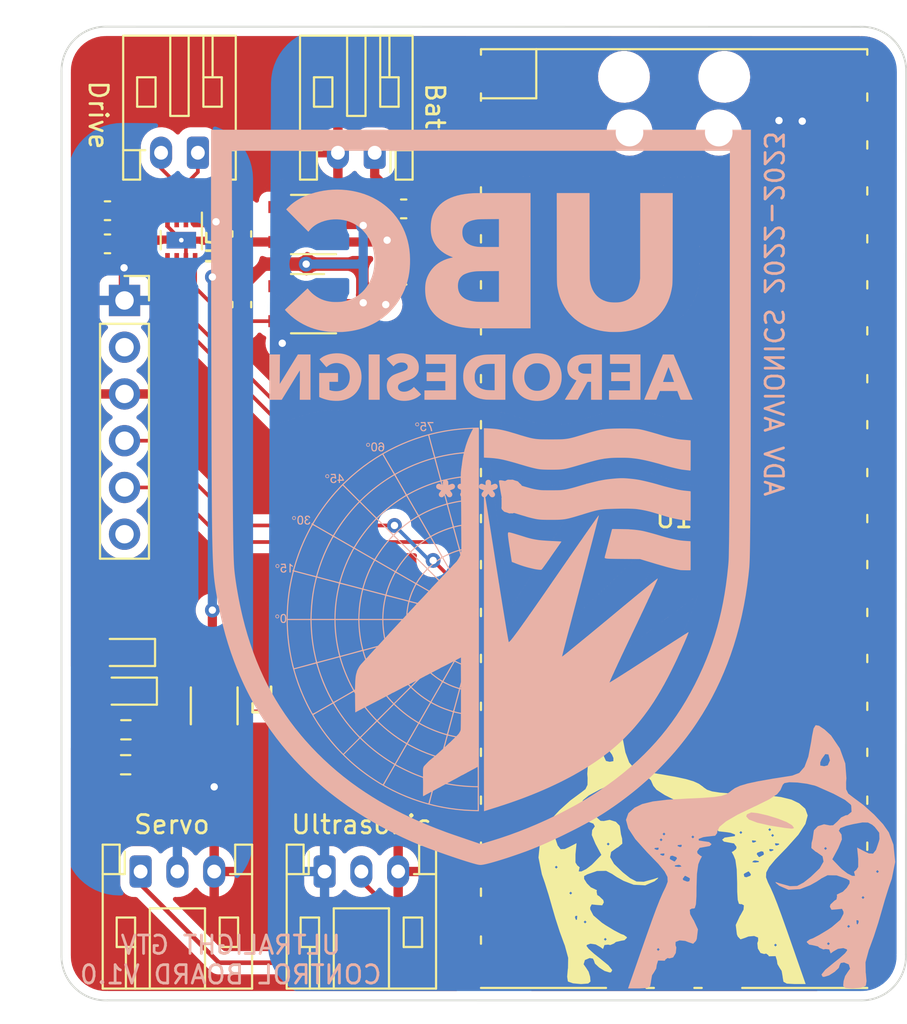
<source format=kicad_pcb>
(kicad_pcb (version 20211014) (generator pcbnew)
  (layers (0 "F.Cu" signal) (31 "B.Cu" signal) (34 "B.Paste" user) (35 "F.Paste" user) (36 "B.SilkS" user "B.Silkscreen") (37 "F.SilkS" user "F.Silkscreen") (38 "B.Mask" user) (39 "F.Mask" user) (44 "Edge.Cuts" user))
  (net 0 "")
  (net 1 "GND")
  (net 2 "+BATT")
  (net 3 "+3V3")
  (net 4 "+5V")
  (net 5 "Net-(C22-Pad2)")
  (net 6 "/GPIO1")
  (net 7 "/GPIO0")
  (net 8 "/GPIO3")
  (net 9 "/GPIO6")
  (net 10 "/GPIO7")
  (net 11 "/GPIO8")
  (net 12 "/GPIO9")
  (net 13 "/GPIO10")
  (net 14 "/GPIO11")
  (net 15 "/GPIO12")
  (net 16 "/GPIO13")
  (net 17 "/GPIO16")
  (net 18 "/GPIO17")
  (net 19 "/GPIO18")
  (net 20 "/GPIO19")
  (net 21 "/GPIO20")
  (net 22 "/GPIO21")
  (net 23 "/GPIO22")
  (net 24 "Net-(M2-Pad1)")
  (net 25 "Net-(M2-Pad2)")
  (net 41 "/GPIO14")
  (net 42 "/GPIO2")
  (net 43 "Net-(RLED1-Pad1)")
  (net 44 "Net-(RLED2-Pad1)")
  (net 45 "/GPIO4")
  (net 46 "/GPIO5")
  (net 47 "/Servo_PWM")
  (footprint "Connector_JST:JST_PH_S2B-PH-K_1x02_P2.00mm_Horizontal" (layer "F.Cu") (at 169.425 101.05 180)
    (fp_text reference "J0" hide)
    (fp_text value "Battery Input")
    (pad "1" thru_hole roundrect (at 0 0 180) (size 1.2 1.75) (drill 0.75) (layers *.Cu *.Mask) (roundrect_rratio 0.2083333333) (net 2 "+BATT"))
    (pad "2" thru_hole oval (at 2 0 180) (size 1.2 1.75) (drill 0.75) (layers *.Cu *.Mask) (net 1 "GND"))
  )
  (footprint "Package_TO_SOT_SMD:SOT-23-5_HandSoldering" (layer "F.Cu") (at 165.775 104.95 180)
    (fp_text reference "U3" hide)
    (fp_text value "NCP1117-5.0_SOT223")
    (pad "1" smd rect (at -1.35 0 180) (size 1.56 0.65) (layers "F.Cu" "F.Paste" "F.Mask") (net 1 "GND"))
    (pad "2" smd rect (at 1.35 -0.95 180) (size 1.56 0.65) (layers "F.Cu" "F.Paste" "F.Mask") (net 5 "Net-(C22-Pad2)"))
    (pad "3" smd rect (at -1.35 0.95 180) (size 1.56 0.65) (layers "F.Cu" "F.Paste" "F.Mask") (net 2 "+BATT"))
    (pad "3" smd rect (at -1.35 -0.95 180) (size 1.56 0.65) (layers "F.Cu" "F.Paste" "F.Mask") (net 2 "+BATT"))
    (pad "4" smd rect (at 1.35 0.95 180) (size 1.56 0.65) (layers "F.Cu" "F.Paste" "F.Mask"))
  )
  (footprint "Connector_JST:JST_PH_S3B-PH-K_1x03_P2.00mm_Horizontal" (layer "F.Cu") (at 156.7 140.1)
    (fp_text reference "Servo" (at 1.7 -2.55) (layer "F.SilkS"))
    (fp_text value "Steering Servo")
    (pad "1" thru_hole roundrect (at 0 0) (size 1.2 1.75) (drill 0.75) (layers *.Cu *.Mask) (roundrect_rratio 0.2083333333) (net 47 "/Servo_PWM"))
    (pad "2" thru_hole oval (at 2 0) (size 1.2 1.75) (drill 0.75) (layers *.Cu *.Mask) (net 4 "+5V"))
    (pad "3" thru_hole oval (at 4 0) (size 1.2 1.75) (drill 0.75) (layers *.Cu *.Mask) (net 1 "GND"))
  )
  (footprint "MCU_RaspberryPi_and_Boards:RPi_Pico_SMD_TH" (layer "F.Cu") (at 185.7 120.925)
    (fp_text reference "U1" (at 0 0) (layer "F.SilkS"))
    (fp_text value "Pico")
    (pad "" np_thru_hole oval (at 2.725 -24) (size 1.8 1.8) (drill 1.8) (layers *.Cu *.Mask))
    (pad "" np_thru_hole oval (at -2.425 -20.97) (size 1.5 1.5) (drill 1.5) (layers *.Cu *.Mask))
    (pad "" np_thru_hole oval (at 2.425 -20.97) (size 1.5 1.5) (drill 1.5) (layers *.Cu *.Mask))
    (pad "" np_thru_hole oval (at -2.725 -24) (size 1.8 1.8) (drill 1.8) (layers *.Cu *.Mask))
    (pad "1" smd rect (at -8.89 -24.13) (size 3.5 1.7) (drill (offset -0.9 0)) (layers "F.Cu" "F.Mask") (net 7 "/GPIO0"))
    (pad "2" smd rect (at -8.89 -21.59) (size 3.5 1.7) (drill (offset -0.9 0)) (layers "F.Cu" "F.Mask") (net 6 "/GPIO1"))
    (pad "3" smd rect (at -8.89 -19.05) (size 3.5 1.7) (drill (offset -0.9 0)) (layers "F.Cu" "F.Mask") (net 1 "GND"))
    (pad "4" smd rect (at -8.89 -16.51) (size 3.5 1.7) (drill (offset -0.9 0)) (layers "F.Cu" "F.Mask") (net 42 "/GPIO2"))
    (pad "5" smd rect (at -8.89 -13.97) (size 3.5 1.7) (drill (offset -0.9 0)) (layers "F.Cu" "F.Mask") (net 8 "/GPIO3"))
    (pad "6" smd rect (at -8.89 -11.43) (size 3.5 1.7) (drill (offset -0.9 0)) (layers "F.Cu" "F.Mask") (net 45 "/GPIO4"))
    (pad "7" smd rect (at -8.89 -8.89) (size 3.5 1.7) (drill (offset -0.9 0)) (layers "F.Cu" "F.Mask") (net 46 "/GPIO5"))
    (pad "8" smd rect (at -8.89 -6.35) (size 3.5 1.7) (drill (offset -0.9 0)) (layers "F.Cu" "F.Mask") (net 1 "GND"))
    (pad "9" smd rect (at -8.89 -3.81) (size 3.5 1.7) (drill (offset -0.9 0)) (layers "F.Cu" "F.Mask") (net 9 "/GPIO6"))
    (pad "10" smd rect (at -8.89 -1.27) (size 3.5 1.7) (drill (offset -0.9 0)) (layers "F.Cu" "F.Mask") (net 10 "/GPIO7"))
    (pad "11" smd rect (at -8.89 1.27) (size 3.5 1.7) (drill (offset -0.9 0)) (layers "F.Cu" "F.Mask") (net 11 "/GPIO8"))
    (pad "12" smd rect (at -8.89 3.81) (size 3.5 1.7) (drill (offset -0.9 0)) (layers "F.Cu" "F.Mask") (net 12 "/GPIO9"))
    (pad "13" smd rect (at -8.89 6.35) (size 3.5 1.7) (drill (offset -0.9 0)) (layers "F.Cu" "F.Mask"))
    (pad "14" smd rect (at -8.89 8.89) (size 3.5 1.7) (drill (offset -0.9 0)) (layers "F.Cu" "F.Mask") (net 13 "/GPIO10"))
    (pad "15" smd rect (at -8.89 11.43) (size 3.5 1.7) (drill (offset -0.9 0)) (layers "F.Cu" "F.Mask") (net 14 "/GPIO11"))
    (pad "16" smd rect (at -8.89 13.97) (size 3.5 1.7) (drill (offset -0.9 0)) (layers "F.Cu" "F.Mask") (net 15 "/GPIO12"))
    (pad "17" smd rect (at -8.89 16.51) (size 3.5 1.7) (drill (offset -0.9 0)) (layers "F.Cu" "F.Mask") (net 16 "/GPIO13"))
    (pad "18" smd rect (at -8.89 19.05) (size 3.5 1.7) (drill (offset -0.9 0)) (layers "F.Cu" "F.Mask") (net 1 "GND"))
    (pad "19" smd rect (at -8.89 21.59) (size 3.5 1.7) (drill (offset -0.9 0)) (layers "F.Cu" "F.Mask") (net 41 "/GPIO14"))
    (pad "20" smd rect (at -8.89 24.13) (size 3.5 1.7) (drill (offset -0.9 0)) (layers "F.Cu" "F.Mask") (net 47 "/Servo_PWM"))
    (pad "21" smd rect (at 8.89 24.13) (size 3.5 1.7) (drill (offset 0.9 0)) (layers "F.Cu" "F.Mask") (net 17 "/GPIO16"))
    (pad "22" smd rect (at 8.89 21.59) (size 3.5 1.7) (drill (offset 0.9 0)) (layers "F.Cu" "F.Mask") (net 18 "/GPIO17"))
    (pad "23" smd rect (at 8.89 19.05) (size 3.5 1.7) (drill (offset 0.9 0)) (layers "F.Cu" "F.Mask"))
    (pad "24" smd rect (at 8.89 16.51) (size 3.5 1.7) (drill (offset 0.9 0)) (layers "F.Cu" "F.Mask") (net 19 "/GPIO18"))
    (pad "25" smd rect (at 8.89 13.97) (size 3.5 1.7) (drill (offset 0.9 0)) (layers "F.Cu" "F.Mask") (net 20 "/GPIO19"))
    (pad "26" smd rect (at 8.89 11.43) (size 3.5 1.7) (drill (offset 0.9 0)) (layers "F.Cu" "F.Mask") (net 21 "/GPIO20"))
    (pad "27" smd rect (at 8.89 8.89) (size 3.5 1.7) (drill (offset 0.9 0)) (layers "F.Cu" "F.Mask") (net 22 "/GPIO21"))
    (pad "28" smd rect (at 8.89 6.35) (size 3.5 1.7) (drill (offset 0.9 0)) (layers "F.Cu" "F.Mask"))
    (pad "29" smd rect (at 8.89 3.81) (size 3.5 1.7) (drill (offset 0.9 0)) (layers "F.Cu" "F.Mask") (net 23 "/GPIO22"))
    (pad "30" smd rect (at 8.89 1.27) (size 3.5 1.7) (drill (offset 0.9 0)) (layers "F.Cu" "F.Mask"))
    (pad "31" smd rect (at 8.89 -1.27) (size 3.5 1.7) (drill (offset 0.9 0)) (layers "F.Cu" "F.Mask"))
    (pad "32" smd rect (at 8.89 -3.81) (size 3.5 1.7) (drill (offset 0.9 0)) (layers "F.Cu" "F.Mask"))
    (pad "33" smd rect (at 8.89 -6.35) (size 3.5 1.7) (drill (offset 0.9 0)) (layers "F.Cu" "F.Mask"))
    (pad "34" smd rect (at 8.89 -8.89) (size 3.5 1.7) (drill (offset 0.9 0)) (layers "F.Cu" "F.Mask"))
    (pad "35" smd rect (at 8.89 -11.43) (size 3.5 1.7) (drill (offset 0.9 0)) (layers "F.Cu" "F.Mask"))
    (pad "36" smd rect (at 8.89 -13.97) (size 3.5 1.7) (drill (offset 0.9 0)) (layers "F.Cu" "F.Mask"))
    (pad "37" smd rect (at 8.89 -16.51) (size 3.5 1.7) (drill (offset 0.9 0)) (layers "F.Cu" "F.Mask"))
    (pad "38" smd rect (at 8.89 -19.05) (size 3.5 1.7) (drill (offset 0.9 0)) (layers "F.Cu" "F.Mask"))
    (pad "39" smd rect (at 8.89 -21.59) (size 3.5 1.7) (drill (offset 0.9 0)) (layers "F.Cu" "F.Mask") (net 3 "+3V3"))
    (pad "40" smd rect (at 8.89 -24.13) (size 3.5 1.7) (drill (offset 0.9 0)) (layers "F.Cu" "F.Mask"))
  )
  (footprint "Connector_JST:JST_PH_S3B-PH-K_1x03_P2.00mm_Horizontal" (layer "F.Cu") (at 166.7 140.1)
    (fp_text reference "Ultrasonic" (at 2 -2.55) (layer "F.SilkS"))
    (fp_text value "LV-MaxSonar")
    (pad "1" thru_hole roundrect (at 0 0) (size 1.2 1.75) (drill 0.75) (layers *.Cu *.Mask) (roundrect_rratio 0.2083333333) (net 3 "+3V3"))
    (pad "2" thru_hole oval (at 2 0) (size 1.2 1.75) (drill 0.75) (layers *.Cu *.Mask) (net 41 "/GPIO14"))
    (pad "3" thru_hole oval (at 4 0) (size 1.2 1.75) (drill 0.75) (layers *.Cu *.Mask) (net 1 "GND"))
  )
  (footprint "Capacitor_SMD:C_0603_1608Metric_Pad1.08x0.95mm_HandSolder" (layer "F.Cu") (at 162.2 105.4625 -90)
    (fp_text reference "C22" hide)
    (fp_text value "10uF")
    (pad "1" smd roundrect (at -0.8625 0 270) (size 1.075 0.95) (layers "F.Cu" "F.Paste" "F.Mask") (net 1 "GND"))
    (pad "2" smd roundrect (at 0.8625 0 270) (size 1.075 0.95) (layers "F.Cu" "F.Paste" "F.Mask") (net 5 "Net-(C22-Pad2)"))
  )
  (footprint "Resistor_SMD:R_0603_1608Metric_Pad0.98x0.95mm_HandSolder" (layer "F.Cu") (at 155.8875 134.3)
    (fp_text reference "RLED2" hide)
    (fp_text value "100")
    (pad "1" smd roundrect (at -0.9125 0) (size 0.975 0.95) (layers "F.Cu" "F.Paste" "F.Mask") (net 44 "Net-(RLED2-Pad1)"))
    (pad "2" smd roundrect (at 0.9125 0) (size 0.975 0.95) (layers "F.Cu" "F.Paste" "F.Mask") (net 14 "/GPIO11"))
  )
  (footprint "Capacitor_SMD:C_0603_1608Metric_Pad1.08x0.95mm_HandSolder" (layer "F.Cu") (at 171 107.7 180)
    (fp_text reference "C21" hide)
    (fp_text value "10uF")
    (pad "1" smd roundrect (at -0.8625 0 180) (size 1.075 0.95) (layers "F.Cu" "F.Paste" "F.Mask") (net 1 "GND"))
    (pad "2" smd roundrect (at 0.8625 0 180) (size 1.075 0.95) (layers "F.Cu" "F.Paste" "F.Mask") (net 2 "+BATT"))
  )
  (footprint "Package_SON:WSON-8-1EP_2x2mm_P0.5mm_EP0.9x1.6mm_ThermalVias" (layer "F.Cu") (at 158.912458 105.8 -90)
    (fp_text reference "U5" (at 0.38 -1.9 90) (layer "F.SilkS"))
    (fp_text value "DRV8212")
    (pad "1" smd rect (at -0.95 -0.75 270) (size 0.5 0.25) (layers "F.Cu" "F.Paste" "F.Mask") (net 4 "+5V"))
    (pad "2" smd rect (at -0.95 -0.25 270) (size 0.5 0.25) (layers "F.Cu" "F.Paste" "F.Mask") (net 24 "Net-(M2-Pad1)"))
    (pad "3" smd rect (at -0.95 0.25 270) (size 0.5 0.25) (layers "F.Cu" "F.Paste" "F.Mask") (net 25 "Net-(M2-Pad2)"))
    (pad "4" smd rect (at -0.95 0.75 270) (size 0.5 0.25) (layers "F.Cu" "F.Paste" "F.Mask") (net 1 "GND"))
    (pad "5" smd rect (at 0.95 0.75 270) (size 0.5 0.25) (layers "F.Cu" "F.Paste" "F.Mask") (net 10 "/GPIO7"))
    (pad "6" smd rect (at 0.95 0.25 270) (size 0.5 0.25) (layers "F.Cu" "F.Paste" "F.Mask") (net 9 "/GPIO6"))
    (pad "7" smd rect (at 0.95 -0.25 270) (size 0.5 0.25) (layers "F.Cu" "F.Paste" "F.Mask") (net 1 "GND"))
    (pad "8" smd rect (at 0.95 -0.75 270) (size 0.5 0.25) (layers "F.Cu" "F.Paste" "F.Mask") (net 3 "+3V3"))
    (pad "9" thru_hole circle (at 0 0 270) (size 0.6 0.6) (drill 0.25) (layers *.Cu) (net 1 "GND"))
    (pad "9" smd rect (at 0 0 270) (size 0.9 1.6) (layers "B.Cu") (net 1 "GND"))
    (pad "9" smd rect (at 0 0 270) (size 0.9 1.6) (layers "F.Cu" "F.Mask") (net 1 "GND"))
  )
  (footprint "Resistor_SMD:R_0603_1608Metric_Pad0.98x0.95mm_HandSolder" (layer "F.Cu") (at 155.9 132.4)
    (fp_text reference "RLED1" hide)
    (fp_text value "100")
    (pad "1" smd roundrect (at -0.9125 0) (size 0.975 0.95) (layers "F.Cu" "F.Paste" "F.Mask") (net 43 "Net-(RLED1-Pad1)"))
    (pad "2" smd roundrect (at 0.9125 0) (size 0.975 0.95) (layers "F.Cu" "F.Paste" "F.Mask") (net 13 "/GPIO10"))
  )
  (footprint "GTV Footprints:FUSC6125X279N" (layer "F.Cu") (at 160.7 131.1 -90)
    (fp_text reference "F1" (at -0.325 -2.635 90) (layer "F.SilkS"))
    (fp_text value "Fuse")
    (pad "1" smd rect locked (at -2.455 0 270) (size 2.15 2.8) (layers "F.Cu" "F.Paste" "F.Mask") (net 5 "Net-(C22-Pad2)"))
    (pad "2" smd rect locked (at 2.455 0 270) (size 2.15 2.8) (layers "F.Cu" "F.Paste" "F.Mask") (net 4 "+5V"))
  )
  (footprint "Package_TO_SOT_SMD:SOT-23-5_HandSoldering" (layer "F.Cu") (at 165.775 109.25 180)
    (fp_text reference "U2" hide)
    (fp_text value "NCP1117-3.3_SOT223")
    (pad "1" smd rect (at -1.35 0 180) (size 1.56 0.65) (layers "F.Cu" "F.Paste" "F.Mask") (net 1 "GND"))
    (pad "2" smd rect (at 1.35 -0.95 180) (size 1.56 0.65) (layers "F.Cu" "F.Paste" "F.Mask") (net 3 "+3V3"))
    (pad "3" smd rect (at -1.35 0.95 180) (size 1.56 0.65) (layers "F.Cu" "F.Paste" "F.Mask") (net 2 "+BATT"))
    (pad "3" smd rect (at -1.35 -0.95 180) (size 1.56 0.65) (layers "F.Cu" "F.Paste" "F.Mask") (net 2 "+BATT"))
    (pad "4" smd rect (at 1.35 0.95 180) (size 1.56 0.65) (layers "F.Cu" "F.Paste" "F.Mask"))
  )
  (footprint "Connector_PinSocket_2.54mm:PinSocket_1x06_P2.54mm_Vertical" (layer "F.Cu") (at 155.825 109.075)
    (fp_text reference "J3" hide)
    (fp_text value "BNO055 Breakout")
    (pad "1" thru_hole rect (at 0 0) (size 1.7 1.7) (drill 1) (layers *.Cu *.Mask) (net 4 "+5V"))
    (pad "2" thru_hole oval (at 0 2.54) (size 1.7 1.7) (drill 1) (layers *.Cu *.Mask))
    (pad "3" thru_hole oval (at 0 5.08) (size 1.7 1.7) (drill 1) (layers *.Cu *.Mask) (net 1 "GND"))
    (pad "4" thru_hole oval (at 0 7.62) (size 1.7 1.7) (drill 1) (layers *.Cu *.Mask) (net 12 "/GPIO9"))
    (pad "5" thru_hole oval (at 0 10.16) (size 1.7 1.7) (drill 1) (layers *.Cu *.Mask) (net 11 "/GPIO8"))
    (pad "6" thru_hole oval (at 0 12.7) (size 1.7 1.7) (drill 1) (layers *.Cu *.Mask))
  )
  (footprint "Capacitor_SMD:C_0201_0603Metric_Pad0.64x0.40mm_HandSolder" (layer "F.Cu") (at 158.904958 103.6)
    (fp_text reference "MotorCap1" hide)
    (fp_text value "100nF")
    (pad "1" smd roundrect (at -0.4075 0) (size 0.635 0.4) (layers "F.Cu" "F.Mask") (net 25 "Net-(M2-Pad2)"))
    (pad "2" smd roundrect (at 0.4075 0) (size 0.635 0.4) (layers "F.Cu" "F.Mask") (net 24 "Net-(M2-Pad1)"))
  )
  (footprint "Capacitor_SMD:C_0603_1608Metric_Pad1.08x0.95mm_HandSolder" (layer "F.Cu") (at 154.9 106)
    (fp_text reference "C_Bulk1" hide)
    (fp_text value "1uF")
    (pad "1" smd roundrect (at -0.8625 0) (size 1.075 0.95) (layers "F.Cu" "F.Paste" "F.Mask") (net 1 "GND"))
    (pad "2" smd roundrect (at 0.8625 0) (size 1.075 0.95) (layers "F.Cu" "F.Paste" "F.Mask") (net 4 "+5V"))
  )
  (footprint "Capacitor_SMD:C_0603_1608Metric_Pad1.08x0.95mm_HandSolder" (layer "F.Cu") (at 171 104.1 180)
    (fp_text reference "C1" hide)
    (fp_text value "10uF")
    (pad "1" smd roundrect (at -0.8625 0 180) (size 1.075 0.95) (layers "F.Cu" "F.Paste" "F.Mask") (net 1 "GND"))
    (pad "2" smd roundrect (at 0.8625 0 180) (size 1.075 0.95) (layers "F.Cu" "F.Paste" "F.Mask") (net 2 "+BATT"))
  )
  (footprint "Capacitor_SMD:C_0603_1608Metric_Pad1.08x0.95mm_HandSolder" (layer "F.Cu") (at 162.2 109.3 -90)
    (fp_text reference "C2" hide)
    (fp_text value "10uF")
    (pad "1" smd roundrect (at -0.8625 0 270) (size 1.075 0.95) (layers "F.Cu" "F.Paste" "F.Mask") (net 1 "GND"))
    (pad "2" smd roundrect (at 0.8625 0 270) (size 1.075 0.95) (layers "F.Cu" "F.Paste" "F.Mask") (net 3 "+3V3"))
  )
  (footprint "Diode_SMD:D_0603_1608Metric_Pad1.05x0.95mm_HandSolder" (layer "F.Cu") (at 155.925 130.3 180)
    (fp_text reference "D1" hide)
    (fp_text value "LED")
    (pad "1" smd roundrect (at -0.875 0 180) (size 1.05 0.95) (layers "F.Cu" "F.Paste" "F.Mask") (net 1 "GND"))
    (pad "2" smd roundrect (at 0.875 0 180) (size 1.05 0.95) (layers "F.Cu" "F.Paste" "F.Mask") (net 43 "Net-(RLED1-Pad1)"))
  )
  (footprint "Connector_JST:JST_PH_S2B-PH-K_1x02_P2.00mm_Horizontal" (layer "F.Cu") (at 159.812458 101.05 180)
    (fp_text reference "M2" hide)
    (fp_text value "Drive Motor")
    (pad "1" thru_hole roundrect (at 0 0 180) (size 1.2 1.75) (drill 0.75) (layers *.Cu *.Mask) (roundrect_rratio 0.2083333333) (net 24 "Net-(M2-Pad1)"))
    (pad "2" thru_hole oval (at 2 0 180) (size 1.2 1.75) (drill 0.75) (layers *.Cu *.Mask) (net 25 "Net-(M2-Pad2)"))
  )
  (footprint "Diode_SMD:D_0603_1608Metric_Pad1.05x0.95mm_HandSolder" (layer "F.Cu") (at 155.825 128.2 180)
    (fp_text reference "D2" hide)
    (fp_text value "LED")
    (pad "1" smd roundrect (at -0.875 0 180) (size 1.05 0.95) (layers "F.Cu" "F.Paste" "F.Mask") (net 1 "GND"))
    (pad "2" smd roundrect (at 0.875 0 180) (size 1.05 0.95) (layers "F.Cu" "F.Paste" "F.Mask") (net 44 "Net-(RLED2-Pad1)"))
  )
  (footprint "logo:smug" (layer "F.Cu") (at 185.8 139)
    (fp_text reference "G***" hide)
    (fp_text value "LOGO" hide)
  )
  (footprint "Capacitor_SMD:C_0603_1608Metric_Pad1.08x0.95mm_HandSolder" (layer "F.Cu") (at 154.9 104.2)
    (fp_text reference "C20" hide)
    (fp_text value "100nF")
    (pad "1" smd roundrect (at -0.8625 0) (size 1.075 0.95) (layers "F.Cu" "F.Paste" "F.Mask") (net 1 "GND"))
    (pad "2" smd roundrect (at 0.8625 0) (size 1.075 0.95) (layers "F.Cu" "F.Paste" "F.Mask") (net 4 "+5V"))
  )
  (footprint "logo:smug" (layer "B.Cu") (at 190.244272 139.239681 180)
    (fp_text reference "G***" hide)
    (fp_text value "LOGO" hide)
  )
  (footprint "logo:aero_logo_h_40mm" (layer "B.Cu") (at 175.2 119.8 180)
    (fp_text reference "G***" (at 0 0) (layer "B.SilkS") (effects (font (size 1.524 1.524) (thickness 0.3)) (justify mirror)))
    (fp_text value "LOGO" hide)
  )
  (gr_line (start 154.8 94.2) (end 195.812202 94.208524) (layer "Edge.Cuts") (width 0.1))
  (gr_line (start 152.39792 144.699998) (end 152.4 96.625) (layer "Edge.Cuts") (width 0.1))
  (gr_arc (start 152.4 96.625) (mid 153.094077 94.911793) (end 154.8 94.2) (layer "Edge.Cuts") (width 0.1))
  (gr_arc (start 154.900002 147.099998) (mid 153.137204 146.433522) (end 152.39792 144.699998) (layer "Edge.Cuts") (width 0.1))
  (gr_line (start 195.899998 147.10208) (end 154.900002 147.099998) (layer "Edge.Cuts") (width 0.1))
  (gr_line (start 198.299998 144.599998) (end 198.314284 96.608524) (layer "Edge.Cuts") (width 0.1))
  (gr_arc (start 198.299998 144.599998) (mid 197.633522 146.362796) (end 195.899998 147.10208) (layer "Edge.Cuts") (width 0.1))
  (gr_arc (start 195.812202 94.208524) (mid 197.575 94.875) (end 198.314284 96.608524) (layer "Edge.Cuts") (width 0.1))
  (gr_text "ULTRALIGHT GTV\nCONTROL BOARD V1.0" (at 161.6 144.9) (layer "B.SilkS") (effects (font (size 1 1)) (justify mirror)))
  (gr_text "ADV AVIONICS 2022-2023" (at 191.1 109.8 270) (layer "B.SilkS") (effects (font (size 1 1)) (justify mirror)))
  (gr_text "Batt" (at 172.7 98.8 270) (layer "F.SilkS") (effects (font (size 1 1))))
  (gr_text "Drive" (at 154.4 99 270) (layer "F.SilkS") (effects (font (size 1 1))))
  (segment (start 158.162458 104.85) (end 158.162458 105.05) (width 0.2) (layer "F.Cu") (net 1))
  (segment (start 165.7 107.1) (end 163.5375 107.1) (width 0.5) (layer "F.Cu") (net 1))
  (segment (start 163.5375 107.1) (end 162.2 108.4375) (width 0.5) (layer "F.Cu") (net 1))
  (segment (start 168.8 105) (end 168.75 104.95) (width 0.5) (layer "F.Cu") (net 1))
  (segment (start 168.75 104.95) (end 167.125 104.95) (width 0.5) (layer "F.Cu") (net 1))
  (segment (start 158.162458 105.05) (end 158.912458 105.8) (width 0.2) (layer "F.Cu") (net 1))
  (segment (start 168.8 109.2) (end 168.75 109.25) (width 0.5) (layer "F.Cu") (net 1))
  (segment (start 168.75 109.25) (end 167.125 109.25) (width 0.5) (layer "F.Cu") (net 1))
  (segment (start 159.162458 106.05) (end 158.912458 105.8) (width 0.2) (layer "F.Cu") (net 1))
  (segment (start 159.162458 106.75) (end 159.162458 106.05) (width 0.2) (layer "F.Cu") (net 1))
  (via (at 165.7 107.1) (size 0.8) (drill 0.4) (layers "F.Cu" "B.Cu") (net 1))
  (via (at 168.8 109.2) (size 0.8) (drill 0.4) (layers "F.Cu" "B.Cu") (net 1))
  (via (at 168.8 105) (size 0.8) (drill 0.4) (layers "F.Cu" "B.Cu") (net 1))
  (segment (start 168.8 106.9) (end 168.8 109.2) (width 0.5) (layer "B.Cu") (net 1))
  (segment (start 165.7 107.1) (end 168.6 107.1) (width 0.5) (layer "B.Cu") (net 1))
  (segment (start 168.6 107.1) (end 168.8 106.9) (width 0.5) (layer "B.Cu") (net 1))
  (segment (start 168.8 105) (end 168.8 106.9) (width 0.5) (layer "B.Cu") (net 1))
  (segment (start 170.1 109.225) (end 170.025 109.3) (width 0.5) (layer "F.Cu") (net 2))
  (segment (start 170.1 105.8) (end 170.1375 105.7625) (width 0.5) (layer "F.Cu") (net 2))
  (segment (start 165.925 108.3) (end 167.125 108.3) (width 0.2) (layer "F.Cu") (net 2))
  (segment (start 165.925 110.2) (end 165.725 110) (width 0.2) (layer "F.Cu") (net 2))
  (segment (start 166.075 105.9) (end 165.825 105.65) (width 0.2) (layer "F.Cu") (net 2))
  (segment (start 169.425 101.05) (end 169.425 102.325) (width 0.5) (layer "F.Cu") (net 2))
  (segment (start 170.1 105.8) (end 170.1 107.6625) (width 0.5) (layer "F.Cu") (net 2))
  (segment (start 165.825 104.25) (end 166.075 104) (width 0.2) (layer "F.Cu") (net 2))
  (segment (start 165.725 110) (end 165.725 108.5) (width 0.2) (layer "F.Cu") (net 2))
  (segment (start 165.725 108.5) (end 165.925 108.3) (width 0.2) (layer "F.Cu") (net 2))
  (segment (start 169.125 110.2) (end 170.025 109.3) (width 0.5) (layer "F.Cu") (net 2))
  (segment (start 170.1 105.8) (end 170.025 105.875) (width 0.2) (layer "F.Cu") (net 2))
  (segment (start 170.1375 107.7) (end 170.1 107.7375) (width 0.5) (layer "F.Cu") (net 2))
  (segment (start 167.125 105.9) (end 166.075 105.9) (width 0.2) (layer "F.Cu") (net 2))
  (segment (start 170.1 107.7375) (end 170.1 109.225) (width 0.5) (layer "F.Cu") (net 2))
  (segment (start 167.125 105.9) (end 170 105.9) (width 0.5) (layer "F.Cu") (net 2))
  (segment (start 165.825 105.65) (end 165.825 104.25) (width 0.2) (layer "F.Cu") (net 2))
  (segment (start 170.1375 103.0375) (end 170.1375 104.1) (width 0.5) (layer "F.Cu") (net 2))
  (segment (start 170.1 107.6625) (end 170.1375 107.7) (width 0.5) (layer "F.Cu") (net 2))
  (segment (start 170.1375 105.7625) (end 170.1375 104.1) (width 0.5) (layer "F.Cu") (net 2))
  (segment (start 167.125 110.2) (end 165.925 110.2) (width 0.2) (layer "F.Cu") (net 2))
  (segment (start 169.425 102.325) (end 170.1375 103.0375) (width 0.5) (layer "F.Cu") (net 2))
  (segment (start 166.075 104) (end 167.125 104) (width 0.2) (layer "F.Cu") (net 2))
  (segment (start 170 105.9) (end 170.1 105.8) (width 0.5) (layer "F.Cu") (net 2))
  (segment (start 167.125 110.2) (end 169.125 110.2) (width 0.5) (layer "F.Cu") (net 2))
  (via (at 170.1 105.8) (size 0.8) (drill 0.4) (layers "F.Cu" "B.Cu") (net 2))
  (via (at 170.025 109.3) (size 0.8) (drill 0.4) (layers "F.Cu" "B.Cu") (net 2))
  (segment (start 164.4 110.225) (end 164.425 110.2) (width 0.2) (layer "F.Cu") (net 3))
  (segment (start 161.4625 110.1625) (end 159.7 108.4) (width 0.2) (layer "F.Cu") (net 3))
  (segment (start 162.2 110.1625) (end 162.2375 110.2) (width 0.2) (layer "F.Cu") (net 3))
  (segment (start 192.665 99.335) (end 194.59 99.335) (width 0.5) (layer "F.Cu") (net 3))
  (segment (start 162.2375 110.2) (end 164.425 110.2) (width 0.2) (layer "F.Cu") (net 3))
  (segment (start 164.4 111.4) (end 164.4 110.225) (width 0.2) (layer "F.Cu") (net 3))
  (segment (start 162.2 110.1625) (end 161.4625 110.1625) (width 0.2) (layer "F.Cu") (net 3))
  (segment (start 159.662458 106.75) (end 159.662458 108.35) (width 0.2) (layer "F.Cu") (net 3))
  (segment (start 191.435 99.335) (end 192.665 99.335) (width 0.5) (layer "F.Cu") (net 3))
  (segment (start 191.4 99.3) (end 191.435 99.335) (width 0.5) (layer "F.Cu") (net 3))
  (via (at 191.4 99.3) (size 0.8) (drill 0.4) (layers "F.Cu" "B.Cu") (net 3))
  (via (at 192.665 99.335) (size 0.8) (drill 0.4) (layers "F.Cu" "B.Cu") (net 3))
  (via (at 164.4 111.4) (size 0.8) (drill 0.4) (layers "F.Cu" "B.Cu") (net 3))
  (segment (start 155.7625 105.0375) (end 155.7625 107.2625) (width 0.5) (layer "F.Cu") (net 4))
  (segment (start 155.7625 107.2625) (end 155.8 107.3) (width 0.5) (layer "F.Cu") (net 4))
  (segment (start 160.75 104.85) (end 159.662458 104.85) (width 0.5) (layer "F.Cu") (net 4))
  (segment (start 160.8 104.8) (end 160.75 104.85) (width 0.5) (layer "F.Cu") (net 4))
  (segment (start 155.7625 107.3375) (end 155.7625 109.2125) (width 0.5) (layer "F.Cu") (net 4))
  (segment (start 155.7625 104.2) (end 155.7625 105.0375) (width 0.5) (layer "F.Cu") (net 4))
  (segment (start 155.7625 105.0375) (end 155.7625 106) (width 0.5) (layer "F.Cu") (net 4))
  (segment (start 155.7625 106) (end 155.7625 107.2625) (width 0.5) (layer "F.Cu") (net 4))
  (segment (start 160.7 135.5) (end 160.7 133.555) (width 0.5) (layer "F.Cu") (net 4))
  (segment (start 155.8 107.3) (end 155.7625 107.3375) (width 0.5) (layer "F.Cu") (net 4))
  (via (at 155.8 107.3) (size 0.8) (drill 0.4) (layers "F.Cu" "B.Cu") (net 4))
  (via (at 160.7 135.5) (size 0.8) (drill 0.4) (layers "F.Cu" "B.Cu") (net 4))
  (via (at 160.8 104.8) (size 0.8) (drill 0.4) (layers "F.Cu" "B.Cu") (net 4))
  (segment (start 162.075 106.325) (end 160.6 107.8) (width 0.5) (layer "F.Cu") (net 5))
  (segment (start 160.6 125.9) (end 160.6 128.545) (width 0.5) (layer "F.Cu") (net 5))
  (segment (start 162.225 106.35) (end 162.2 106.325) (width 0.5) (layer "F.Cu") (net 5))
  (segment (start 164.425 105.9) (end 162.625 105.9) (width 0.5) (layer "F.Cu") (net 5))
  (segment (start 162.625 105.9) (end 162.2 106.325) (width 0.5) (layer "F.Cu") (net 5))
  (segment (start 160.6 128.545) (end 160.7 128.645) (width 0.5) (layer "F.Cu") (net 5))
  (via (at 160.6 107.8) (size 0.8) (drill 0.4) (layers "F.Cu" "B.Cu") (net 5))
  (via (at 160.6 125.9) (size 0.8) (drill 0.4) (layers "F.Cu" "B.Cu") (net 5))
  (segment (start 160.6 107.8) (end 160.6 125.9) (width 0.5) (layer "B.Cu") (net 5))
  (segment (start 166.515 117.115) (end 176.81 117.115) (width 0.2) (layer "F.Cu") (net 9))
  (segment (start 158.7 109.3) (end 166.515 117.115) (width 0.2) (layer "F.Cu") (net 9))
  (segment (start 158.662458 106.75) (end 158.662458 109.25) (width 0.2) (layer "F.Cu") (net 9))
  (segment (start 158.2 109.7) (end 168.155 119.655) (width 0.2) (layer "F.Cu") (net 10))
  (segment (start 168.155 119.655) (end 176.81 119.655) (width 0.2) (layer "F.Cu") (net 10))
  (segment (start 158.162458 106.75) (end 158.162458 109.65) (width 0.2) (layer "F.Cu") (net 10))
  (segment (start 176.805 122.2) (end 176.81 122.195) (width 0.2) (layer "F.Cu") (net 11))
  (segment (start 155.825 119.235) (end 158.335 119.235) (width 0.2) (layer "F.Cu") (net 11))
  (segment (start 158.335 119.235) (end 161.3 122.2) (width 0.2) (layer "F.Cu") (net 11))
  (segment (start 161.3 122.2) (end 176.805 122.2) (width 0.2) (layer "F.Cu") (net 11))
  (segment (start 172.6 123.2) (end 174.135 124.735) (width 0.2) (layer "F.Cu") (net 12))
  (segment (start 157.395 116.695) (end 161.8 121.1) (width 0.2) (layer "F.Cu") (net 12))
  (segment (start 162 121.3) (end 170.5 121.3) (width 0.2) (layer "F.Cu") (net 12))
  (segment (start 174.135 124.735) (end 176.81 124.735) (width 0.2) (layer "F.Cu") (net 12))
  (segment (start 161.8 121.1) (end 162 121.3) (width 0.2) (layer "F.Cu") (net 12))
  (segment (start 155.825 116.695) (end 157.395 116.695) (width 0.2) (layer "F.Cu") (net 12))
  (via (at 172.6 123.2) (size 0.8) (drill 0.4) (layers "F.Cu" "B.Cu") (net 12))
  (via (at 170.5 121.3) (size 0.8) (drill 0.4) (layers "F.Cu" "B.Cu") (net 12))
  (segment (start 170.5 121.3) (end 172.4 123.2) (width 0.2) (layer "B.Cu") (net 12))
  (segment (start 172.4 123.2) (end 172.6 123.2) (width 0.2) (layer "B.Cu") (net 12))
  (segment (start 173.985 129.815) (end 176.81 129.815) (width 0.2) (layer "F.Cu") (net 13))
  (segment (start 156.8125 132.4) (end 158.5125 130.7) (width 0.2) (layer "F.Cu") (net 13))
  (segment (start 173.1 130.7) (end 173.985 129.815) (width 0.2) (layer "F.Cu") (net 13))
  (segment (start 158.5125 130.7) (end 173.1 130.7) (width 0.2) (layer "F.Cu") (net 13))
  (segment (start 156.8 134.1) (end 159.5 131.4) (width 0.2) (layer "F.Cu") (net 14))
  (segment (start 156.8 134.3) (end 156.8 134.1) (width 0.2) (layer "F.Cu") (net 14))
  (segment (start 173 131.4) (end 173.955 132.355) (width 0.2) (layer "F.Cu") (net 14))
  (segment (start 173.955 132.355) (end 176.81 132.355) (width 0.2) (layer "F.Cu") (net 14))
  (segment (start 159.5 131.4) (end 173 131.4) (width 0.2) (layer "F.Cu") (net 14))
  (segment (start 159.162458 104.85) (end 159.162458 103.75) (width 0.2) (layer "F.Cu") (net 24))
  (segment (start 159.812458 101.05) (end 159.812458 102.1) (width 0.2) (layer "F.Cu") (net 24))
  (segment (start 159.162458 103.75) (end 159.312458 103.6) (width 0.2) (layer "F.Cu") (net 24))
  (segment (start 159.312458 102.6) (end 159.312458 103.6) (width 0.2) (layer "F.Cu") (net 24))
  (segment (start 159.812458 102.1) (end 159.312458 102.6) (width 0.2) (layer "F.Cu") (net 24))
  (segment (start 157.812458 101.9) (end 157.812458 101.05) (width 0.2) (layer "F.Cu") (net 25))
  (segment (start 158.662458 104.85) (end 158.662458 103.765) (width 0.2) (layer "F.Cu") (net 25))
  (segment (start 158.497458 102.585) (end 157.812458 101.9) (width 0.2) (layer "F.Cu") (net 25))
  (segment (start 158.497458 103.6) (end 158.497458 102.585) (width 0.2) (layer "F.Cu") (net 25))
  (segment (start 158.662458 103.765) (end 158.497458 103.6) (width 0.2) (layer "F.Cu") (net 25))
  (segment (start 170.615 142.515) (end 176.81 142.515) (width 0.25) (layer "F.Cu") (net 41))
  (segment (start 168.7 140.1) (end 168.7 140.6) (width 0.25) (layer "F.Cu") (net 41))
  (segment (start 168.7 140.6) (end 170.615 142.515) (width 0.25) (layer "F.Cu") (net 41))
  (segment (start 155 132.475) (end 155 130.675) (width 0.25) (layer "F.Cu") (net 43))
  (segment (start 155 130.675) (end 154.825 130.5) (width 0.25) (layer "F.Cu") (net 43))
  (segment (start 153.7 129.325) (end 153.7 133.025) (width 0.25) (layer "F.Cu") (net 44))
  (segment (start 154.825 128.2) (end 153.7 129.325) (width 0.25) (layer "F.Cu") (net 44))
  (segment (start 153.7 133.025) (end 154.975 134.3) (width 0.25) (layer "F.Cu") (net 44))
  (segment (start 160.955 145.055) (end 176.81 145.055) (width 0.25) (layer "F.Cu") (net 47))
  (segment (start 156.7 140.8) (end 160.955 145.055) (width 0.25) (layer "F.Cu") (net 47))
  (segment (start 156.7 140.1) (end 156.7 140.8) (width 0.25) (layer "F.Cu") (net 47))
  (zone (net 1) (net_name "GND") (layer "F.Cu") (connect_pads (clearance 0.508)) (min_thickness 0.254) (fill yes (thermal_gap 0.508) (thermal_bridge_width 0.508))
    (polygon (pts (xy 198.175 96.275) (xy 198.15 145.125) (xy 197.5 146.4) (xy 196.35 146.9) (xy 154.475 147.075) (xy 153.125 146.375) (xy 152.6 145.35) (xy 152.5 96) (xy 153.2 94.9) (xy 154.3 94.3) (xy 196.425 94.35) (xy 197.675 95.05)))
  )
  (zone (net 4) (net_name "+5V") (layer "B.Cu") (connect_pads (clearance 0.508)) (min_thickness 0.254) (fill yes (thermal_gap 0.508) (thermal_bridge_width 0.508) (smoothing fillet) (radius 3))
    (polygon (pts (xy 162.812731 99.5) (xy 162.812731 141.4) (xy 152.512731 141.4) (xy 152.712731 99.4)))
  )
  (zone (net 3) (net_name "+3V3") (layer "B.Cu") (connect_pads (clearance 0.508)) (min_thickness 0.254) (fill yes (thermal_gap 0.508) (thermal_bridge_width 0.508) (smoothing fillet) (radius 3))
    (polygon (pts (xy 198.2 96.326223) (xy 198.090671 145.176223) (xy 197.4 146.4) (xy 196.1 147) (xy 163.6 147) (xy 163.731897 109.301401) (xy 163.8 94.3) (xy 177.125 94.3) (xy 196.2 94.3) (xy 197.7 95)))
  )
)
</source>
